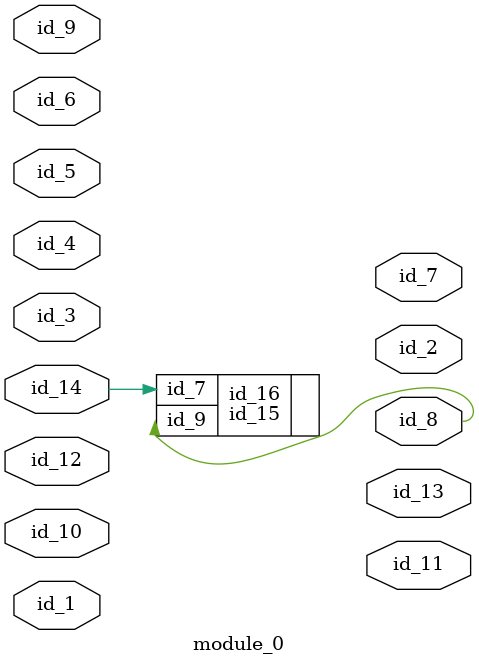
<source format=v>
`define pp_1 0
module module_0 (
    id_1,
    id_2,
    id_3,
    id_4,
    id_5,
    id_6,
    id_7,
    id_8,
    id_9,
    id_10,
    id_11,
    id_12,
    id_13,
    id_14
);
  input id_14;
  output id_13;
  input id_12;
  output id_11;
  input id_10;
  input id_9;
  output id_8;
  output id_7;
  input id_6;
  input id_5;
  input id_4;
  input id_3;
  output id_2;
  input id_1;
  id_15 id_16 (
      .id_7(id_14),
      .id_9(id_8)
  );
endmodule

</source>
